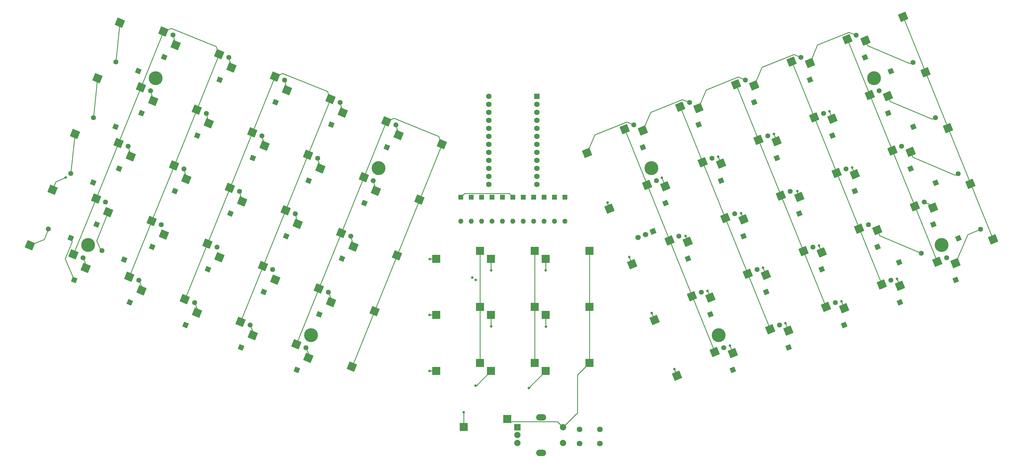
<source format=gbl>
G04 #@! TF.GenerationSoftware,KiCad,Pcbnew,8.0.1*
G04 #@! TF.CreationDate,2024-05-03T20:41:19+02:00*
G04 #@! TF.ProjectId,boomerang,626f6f6d-6572-4616-9e67-2e6b69636164,rev?*
G04 #@! TF.SameCoordinates,Original*
G04 #@! TF.FileFunction,Copper,L2,Bot*
G04 #@! TF.FilePolarity,Positive*
%FSLAX46Y46*%
G04 Gerber Fmt 4.6, Leading zero omitted, Abs format (unit mm)*
G04 Created by KiCad (PCBNEW 8.0.1) date 2024-05-03 20:41:19*
%MOMM*%
%LPD*%
G01*
G04 APERTURE LIST*
G04 Aperture macros list*
%AMHorizOval*
0 Thick line with rounded ends*
0 $1 width*
0 $2 $3 position (X,Y) of the first rounded end (center of the circle)*
0 $4 $5 position (X,Y) of the second rounded end (center of the circle)*
0 Add line between two ends*
20,1,$1,$2,$3,$4,$5,0*
0 Add two circle primitives to create the rounded ends*
1,1,$1,$2,$3*
1,1,$1,$4,$5*%
%AMRotRect*
0 Rectangle, with rotation*
0 The origin of the aperture is its center*
0 $1 length*
0 $2 width*
0 $3 Rotation angle, in degrees counterclockwise*
0 Add horizontal line*
21,1,$1,$2,0,0,$3*%
G04 Aperture macros list end*
G04 #@! TA.AperFunction,ComponentPad*
%ADD10RotRect,1.600000X1.600000X68.000000*%
G04 #@! TD*
G04 #@! TA.AperFunction,ComponentPad*
%ADD11HorizOval,1.600000X0.000000X0.000000X0.000000X0.000000X0*%
G04 #@! TD*
G04 #@! TA.AperFunction,SMDPad,CuDef*
%ADD12RotRect,2.550000X2.500000X22.000000*%
G04 #@! TD*
G04 #@! TA.AperFunction,SMDPad,CuDef*
%ADD13R,2.550000X2.500000*%
G04 #@! TD*
G04 #@! TA.AperFunction,ComponentPad*
%ADD14RotRect,1.600000X1.600000X112.000000*%
G04 #@! TD*
G04 #@! TA.AperFunction,ComponentPad*
%ADD15HorizOval,1.600000X0.000000X0.000000X0.000000X0.000000X0*%
G04 #@! TD*
G04 #@! TA.AperFunction,SMDPad,CuDef*
%ADD16RotRect,2.550000X2.500000X338.000000*%
G04 #@! TD*
G04 #@! TA.AperFunction,ComponentPad*
%ADD17RotRect,1.700000X1.700000X292.000000*%
G04 #@! TD*
G04 #@! TA.AperFunction,ComponentPad*
%ADD18HorizOval,1.700000X0.000000X0.000000X0.000000X0.000000X0*%
G04 #@! TD*
G04 #@! TA.AperFunction,ComponentPad*
%ADD19R,1.600000X1.600000*%
G04 #@! TD*
G04 #@! TA.AperFunction,ComponentPad*
%ADD20O,1.600000X1.600000*%
G04 #@! TD*
G04 #@! TA.AperFunction,ComponentPad*
%ADD21RotRect,1.600000X1.600000X22.000000*%
G04 #@! TD*
G04 #@! TA.AperFunction,ComponentPad*
%ADD22HorizOval,1.600000X0.000000X0.000000X0.000000X0.000000X0*%
G04 #@! TD*
G04 #@! TA.AperFunction,ComponentPad*
%ADD23RotRect,1.600000X1.600000X158.000000*%
G04 #@! TD*
G04 #@! TA.AperFunction,ComponentPad*
%ADD24HorizOval,1.600000X0.000000X0.000000X0.000000X0.000000X0*%
G04 #@! TD*
G04 #@! TA.AperFunction,ComponentPad*
%ADD25C,4.400000*%
G04 #@! TD*
G04 #@! TA.AperFunction,WasherPad*
%ADD26O,3.200000X2.000000*%
G04 #@! TD*
G04 #@! TA.AperFunction,ComponentPad*
%ADD27R,2.000000X2.000000*%
G04 #@! TD*
G04 #@! TA.AperFunction,ComponentPad*
%ADD28C,2.000000*%
G04 #@! TD*
G04 #@! TA.AperFunction,ComponentPad*
%ADD29C,1.800000*%
G04 #@! TD*
G04 #@! TA.AperFunction,ComponentPad*
%ADD30R,1.752600X1.752600*%
G04 #@! TD*
G04 #@! TA.AperFunction,ComponentPad*
%ADD31C,1.752600*%
G04 #@! TD*
G04 #@! TA.AperFunction,ViaPad*
%ADD32C,0.800000*%
G04 #@! TD*
G04 #@! TA.AperFunction,Conductor*
%ADD33C,0.250000*%
G04 #@! TD*
G04 APERTURE END LIST*
D10*
X90716236Y-70674026D03*
D11*
X93570738Y-63608885D03*
D12*
X311146634Y-125079609D03*
X299256638Y-132622957D03*
D13*
X225605955Y-132131431D03*
X211755955Y-134671431D03*
D14*
X313023542Y-70744577D03*
D15*
X310169040Y-63679436D03*
D16*
X86770892Y-122656716D03*
X72977895Y-119823462D03*
D17*
X245755047Y-125948499D03*
D18*
X243400000Y-126900000D03*
X241044953Y-127851500D03*
D14*
X327472682Y-105998919D03*
D15*
X324618180Y-98933778D03*
D12*
X236749309Y-93499819D03*
X224859313Y-101043167D03*
D14*
X292146977Y-120271430D03*
D15*
X289292475Y-113206289D03*
D19*
X217823451Y-115061431D03*
D20*
X217823451Y-122681431D03*
D14*
X341745193Y-141324624D03*
D15*
X338890691Y-134259483D03*
D12*
X346472338Y-110807098D03*
X334582342Y-118350446D03*
D10*
X118883209Y-102665021D03*
D11*
X121737711Y-95599880D03*
D13*
X190890955Y-167691431D03*
X177040955Y-170231431D03*
D12*
X243885566Y-111162671D03*
X231995570Y-118706019D03*
D14*
X263976258Y-152253152D03*
D15*
X261121756Y-145188011D03*
D10*
X139940149Y-152253966D03*
D11*
X142794651Y-145188825D03*
D16*
X136369108Y-101603523D03*
X122576111Y-98770269D03*
X150286047Y-168864592D03*
X136493050Y-166031338D03*
X157422301Y-151201739D03*
X143629304Y-148368485D03*
D10*
X126041941Y-84946539D03*
D11*
X128896443Y-77881398D03*
D12*
X258158077Y-146488376D03*
X246268081Y-154031724D03*
X261548417Y-104026416D03*
X249658421Y-111569764D03*
D16*
X154031963Y-108739779D03*
X140238966Y-105906525D03*
D10*
X122277295Y-145117710D03*
D11*
X125131797Y-138052569D03*
D12*
X275820930Y-139352121D03*
X263930934Y-146895469D03*
D10*
X115159769Y-162734204D03*
D11*
X118014271Y-155669063D03*
D14*
X288756636Y-162733391D03*
D15*
X285902134Y-155668250D03*
D16*
X93907149Y-104993866D03*
X80114152Y-102160612D03*
D12*
X279211271Y-96890160D03*
X267321275Y-104433508D03*
D14*
X295537319Y-77809470D03*
D15*
X292682817Y-70744329D03*
D21*
X342578911Y-128132145D03*
D22*
X349644052Y-125277643D03*
D10*
X62171214Y-141325438D03*
D11*
X65025716Y-134260297D03*
D12*
X254412163Y-86363563D03*
X242522167Y-93906911D03*
D13*
X208248455Y-149911431D03*
X194398455Y-152451431D03*
D14*
X299301962Y-137980641D03*
D15*
X296447460Y-130915500D03*
D16*
X161168215Y-91076927D03*
X147375218Y-88243673D03*
D12*
X293483782Y-132215865D03*
X281593786Y-139759213D03*
D23*
X78055062Y-134887292D03*
D24*
X70989921Y-132032790D03*
D14*
X274484124Y-127407686D03*
D15*
X271629622Y-120342545D03*
D25*
X137287761Y-158818856D03*
D10*
X161367646Y-99219050D03*
D11*
X164222148Y-92153909D03*
D14*
X277874466Y-84945726D03*
D15*
X275019964Y-77880585D03*
D13*
X208248455Y-167691431D03*
X194398455Y-170231431D03*
D10*
X83557502Y-88392511D03*
D11*
X86412004Y-81327370D03*
D19*
X188123458Y-115061431D03*
D20*
X188123458Y-122681431D03*
D16*
X111570000Y-112130119D03*
X97777003Y-109296865D03*
D12*
X321673231Y-100280501D03*
X309783235Y-107823849D03*
D21*
X323797412Y-135720364D03*
D22*
X330862553Y-132865862D03*
D12*
X265294333Y-164151228D03*
X253404337Y-171694576D03*
D23*
X68201550Y-110424343D03*
D24*
X61136409Y-107569841D03*
D14*
X316964815Y-130844386D03*
D15*
X314110313Y-123779245D03*
D12*
X335945743Y-135606206D03*
X324055747Y-143149554D03*
D21*
X328273097Y-92724013D03*
D22*
X335338238Y-89869511D03*
D25*
X88045117Y-77285275D03*
D16*
X178831071Y-98213183D03*
X165038074Y-95379929D03*
D12*
X307400719Y-64954797D03*
X295510723Y-72498145D03*
X289737868Y-72091052D03*
X277847872Y-79634400D03*
D16*
X108179657Y-69668159D03*
X94386660Y-66834905D03*
X97297489Y-147455826D03*
X83504492Y-144622572D03*
D10*
X143704793Y-92082794D03*
D11*
X146559295Y-85017653D03*
D10*
X97496919Y-155597949D03*
D11*
X100351421Y-148532808D03*
D16*
X104433747Y-129792973D03*
X90640750Y-126959719D03*
X146895704Y-126402631D03*
X133102707Y-123569377D03*
D25*
X158696526Y-105830299D03*
D19*
X201323454Y-115061431D03*
D20*
X201323454Y-122681431D03*
D16*
X101043404Y-87331012D03*
X87250407Y-84497758D03*
D12*
X318282890Y-142742461D03*
X306392894Y-150285809D03*
D13*
X190890955Y-149911431D03*
X177040955Y-152451431D03*
D16*
X69108041Y-115520461D03*
X55315044Y-112687207D03*
D14*
X302696050Y-95527952D03*
D15*
X299841548Y-88462811D03*
D23*
X75356536Y-92715131D03*
D24*
X68291395Y-89860629D03*
D19*
X204623453Y-115061431D03*
D20*
X204623453Y-122681431D03*
D12*
X325063573Y-57818541D03*
X313173577Y-65361889D03*
D16*
X90516809Y-62531905D03*
X76723812Y-59698651D03*
D23*
X61087598Y-128031991D03*
D24*
X54022457Y-125177489D03*
D14*
X267370345Y-109800464D03*
D15*
X264515843Y-102735323D03*
D16*
X139759451Y-144065484D03*
X125966454Y-141232230D03*
D14*
X256821273Y-134543942D03*
D15*
X253966771Y-127478801D03*
D10*
X101220357Y-95528767D03*
D11*
X104074859Y-88463626D03*
D12*
X328809487Y-117943353D03*
X316919491Y-125486701D03*
X304010379Y-107416757D03*
X292120383Y-114960105D03*
D26*
X210252205Y-184951431D03*
X210252205Y-196151431D03*
D27*
X202752205Y-188051431D03*
D28*
X202752205Y-193051431D03*
X202752205Y-190551431D03*
X217252205Y-193051431D03*
X217252205Y-188051431D03*
D10*
X147095135Y-134544755D03*
D11*
X149949637Y-127479614D03*
D10*
X76443724Y-105999731D03*
D11*
X79298226Y-98934590D03*
D10*
X79834064Y-148461692D03*
D11*
X82688566Y-141396551D03*
D14*
X285033197Y-102664208D03*
D15*
X282178695Y-95599067D03*
D19*
X211223451Y-115061431D03*
D20*
X211223451Y-122681431D03*
D10*
X132822623Y-169870460D03*
D11*
X135677125Y-162805319D03*
D13*
X190890955Y-132131431D03*
X177040955Y-134671431D03*
D10*
X108379089Y-77810284D03*
D11*
X111233591Y-70745143D03*
D12*
X339336084Y-93144245D03*
X327446088Y-100687593D03*
D13*
X208248455Y-132131431D03*
X194398455Y-134671431D03*
D12*
X272075014Y-79227308D03*
X260185018Y-86770656D03*
D10*
X69288737Y-123708944D03*
D11*
X72143239Y-116643803D03*
D14*
X260211613Y-92081982D03*
D15*
X257357111Y-85016841D03*
D12*
X332199828Y-75481393D03*
X320309832Y-83024741D03*
D19*
X184823459Y-115061431D03*
D20*
X184823459Y-122681431D03*
D25*
X245219878Y-105829486D03*
D16*
X76244296Y-97857609D03*
X62451299Y-95024355D03*
D13*
X199569705Y-185471431D03*
X185719705Y-188011431D03*
D16*
X143505366Y-83940671D03*
X129712369Y-81107417D03*
D12*
X251021822Y-128825523D03*
X239131826Y-136368871D03*
D16*
X79634639Y-140319569D03*
X65841642Y-137486315D03*
D19*
X194723456Y-115061431D03*
D20*
X194723456Y-122681431D03*
D29*
X228950000Y-188750000D03*
X222450000Y-193250000D03*
X228950000Y-193250000D03*
X222450000Y-188750000D03*
D16*
X61971785Y-133183313D03*
X48178788Y-130350059D03*
D19*
X207923452Y-115061431D03*
D20*
X207923452Y-122681431D03*
D25*
X315871289Y-77284464D03*
D16*
X164558559Y-133538887D03*
X150765562Y-130705633D03*
D25*
X266628646Y-158818043D03*
D10*
X129432281Y-127408499D03*
D11*
X132286783Y-120343358D03*
D12*
X286347527Y-114553013D03*
X274457531Y-122096361D03*
D16*
X171694814Y-115876036D03*
X157901817Y-113042782D03*
D19*
X191423457Y-115061431D03*
D20*
X191423457Y-122681431D03*
D10*
X136546061Y-109801278D03*
D11*
X139400563Y-102736137D03*
D13*
X225605955Y-149911431D03*
X211755955Y-152451431D03*
D12*
X353608594Y-128469951D03*
X341718598Y-136013299D03*
D14*
X249707492Y-116936720D03*
D15*
X246852990Y-109871579D03*
D14*
X324082341Y-148460880D03*
D15*
X321227839Y-141395739D03*
D13*
X225605955Y-167691431D03*
X211755955Y-170231431D03*
D19*
X214523450Y-115061431D03*
D20*
X214523450Y-122681431D03*
D14*
X309809829Y-113135175D03*
D15*
X306955327Y-106070034D03*
D10*
X104614445Y-137981456D03*
D11*
X107468947Y-130916315D03*
D10*
X94106576Y-113135988D03*
D11*
X96961078Y-106070847D03*
D16*
X122096596Y-136929227D03*
X108303599Y-134095973D03*
D21*
X335442655Y-110469292D03*
D22*
X342507796Y-107614790D03*
D19*
X198023455Y-115061431D03*
D20*
X198023455Y-122681431D03*
D16*
X132623194Y-161728336D03*
X118830197Y-158895082D03*
D14*
X242548761Y-99218237D03*
D15*
X239694259Y-92153096D03*
D14*
X271093784Y-169869646D03*
D15*
X268239282Y-162804505D03*
D23*
X82496365Y-75043434D03*
D24*
X75431224Y-72188932D03*
D25*
X66636350Y-130273833D03*
D14*
X306419489Y-155597135D03*
D15*
X303564987Y-148531994D03*
D21*
X321170144Y-75143587D03*
D22*
X328235285Y-72289085D03*
D10*
X111769431Y-120272244D03*
D11*
X114623933Y-113207103D03*
D10*
X86951591Y-130845199D03*
D11*
X89806093Y-123780058D03*
D10*
X154208913Y-116937532D03*
D11*
X157063415Y-109872391D03*
D16*
X129232855Y-119266376D03*
X115439858Y-116433122D03*
D12*
X282957185Y-157014973D03*
X271067189Y-164558321D03*
D14*
X320358903Y-88391697D03*
D15*
X317504401Y-81326556D03*
D14*
X281639111Y-145116897D03*
D15*
X278784609Y-138051756D03*
D12*
X314536976Y-82617649D03*
X302646980Y-90160997D03*
D14*
X334627668Y-123708130D03*
D15*
X331773166Y-116642989D03*
D16*
X83380553Y-80194757D03*
X69587556Y-77361503D03*
D12*
X300620038Y-149878717D03*
X288730042Y-157422065D03*
D16*
X118706258Y-94467268D03*
X104913261Y-91634014D03*
X114960343Y-154592081D03*
X101167346Y-151758827D03*
X125842513Y-76804415D03*
X112049516Y-73971161D03*
D12*
X296874122Y-89753905D03*
X284984126Y-97297253D03*
X268684674Y-121689268D03*
X256794678Y-129232616D03*
D25*
X337280055Y-130273022D03*
D30*
X208943455Y-83071431D03*
D31*
X208943455Y-85611431D03*
X208943455Y-88151431D03*
X208943455Y-90691431D03*
X208943455Y-93231431D03*
X208943455Y-95771431D03*
X208943455Y-98311431D03*
X208943455Y-100851431D03*
X208943455Y-103391431D03*
X208943455Y-105931431D03*
X208943455Y-108471431D03*
X208943455Y-111011431D03*
X193703455Y-111011431D03*
X193703455Y-108471431D03*
X193703455Y-105931431D03*
X193703455Y-103391431D03*
X193703455Y-100851431D03*
X193703455Y-98311431D03*
X193703455Y-95771431D03*
X193703455Y-93231431D03*
X193703455Y-90691431D03*
X193703455Y-88151431D03*
X193703455Y-85611431D03*
X193703455Y-83071431D03*
D32*
X175000000Y-134700000D03*
X231344601Y-116801173D03*
X248531230Y-108886643D03*
X266427745Y-102195249D03*
X284136957Y-95040263D03*
X301715989Y-87830019D03*
X238219566Y-134084253D03*
X256116080Y-127392859D03*
X273695113Y-120182615D03*
X291571964Y-113175605D03*
X308945897Y-105724667D03*
X188423451Y-140571431D03*
X194423451Y-138271431D03*
X59456700Y-108815820D03*
X245374551Y-151793465D03*
X263028505Y-144768658D03*
X280662796Y-137428235D03*
X298409468Y-130365967D03*
X252566998Y-169595395D03*
X270163828Y-162162253D03*
X287780321Y-155044728D03*
X305564454Y-148075179D03*
X323180947Y-140957654D03*
X211723451Y-138271431D03*
X189523451Y-141296431D03*
X174900000Y-152400000D03*
X194423451Y-156071431D03*
X211823451Y-156171431D03*
X174900000Y-170200000D03*
X189489555Y-174865331D03*
X206397055Y-175590331D03*
X185719705Y-183357973D03*
D33*
X83401251Y-80185971D02*
X83380552Y-80194757D01*
X61992484Y-133174526D02*
X61971785Y-133183313D01*
X93907148Y-104993866D02*
X93927844Y-104985081D01*
X90516809Y-62531905D02*
X92957666Y-61495823D01*
X90525595Y-62552603D02*
X83401251Y-80185971D01*
X107143575Y-67227302D02*
X108179657Y-69668159D01*
X83380552Y-80194757D02*
X83389339Y-80215456D01*
X93927844Y-104985081D02*
X108188443Y-69688858D01*
X76244296Y-97857609D02*
X76253082Y-97878308D01*
X86791591Y-122647930D02*
X93915934Y-105014564D01*
X86770891Y-122656717D02*
X86791591Y-122647930D01*
X76253082Y-97878308D02*
X69128738Y-115511676D01*
X69116827Y-115541160D02*
X61992484Y-133174526D01*
X93915934Y-105014564D02*
X93907148Y-104993866D01*
X79655335Y-140310785D02*
X86779677Y-122677415D01*
X75721307Y-97646308D02*
X76244296Y-97857609D01*
X69108041Y-115520462D02*
X69116827Y-115541160D01*
X92957666Y-61495823D02*
X107143575Y-67227302D01*
X86779677Y-122677415D02*
X86770891Y-122656717D01*
X79634638Y-140319569D02*
X79655335Y-140310785D01*
X83389339Y-80215456D02*
X76264995Y-97848823D01*
X82866407Y-79987029D02*
X83380552Y-80194757D01*
X69128738Y-115511676D02*
X69108041Y-115520462D01*
X108188443Y-69688858D02*
X108179657Y-69668159D01*
X90516809Y-62531905D02*
X90525595Y-62552603D01*
X76264995Y-97848823D02*
X76244296Y-97857609D01*
X125842511Y-76804416D02*
X125851298Y-76825114D01*
X125842513Y-76804416D02*
X128283370Y-75768333D01*
X143514152Y-83961370D02*
X114981041Y-154583294D01*
X125851298Y-76825114D02*
X97318188Y-147447038D01*
X97318188Y-147447038D02*
X97297488Y-147455825D01*
X142469284Y-81499815D02*
X143505366Y-83940672D01*
X143505366Y-83940672D02*
X143514152Y-83961370D01*
X114981041Y-154583294D02*
X114960342Y-154592081D01*
X128283370Y-75768333D02*
X142469284Y-81499815D01*
X161177002Y-91097626D02*
X132643892Y-161719550D01*
X178831071Y-98213183D02*
X178854250Y-98222548D01*
X163609074Y-90040844D02*
X177794988Y-95772326D01*
X178839857Y-98233881D02*
X150306747Y-168855806D01*
X161168215Y-91076927D02*
X163609074Y-90040844D01*
X177794988Y-95772326D02*
X178831071Y-98213183D01*
X132643892Y-161719550D02*
X132623193Y-161728336D01*
X178831071Y-98213183D02*
X178839857Y-98233881D01*
X161168215Y-91076927D02*
X161177002Y-91097626D01*
X150306747Y-168855806D02*
X150286047Y-168864592D01*
X254432860Y-86372348D02*
X282965971Y-156994275D01*
X236749309Y-93499819D02*
X236770008Y-93508604D01*
X254412163Y-86363563D02*
X254432860Y-86372348D01*
X282965971Y-156994275D02*
X282957185Y-157014972D01*
X236770008Y-93508604D02*
X265303118Y-164130531D01*
X265303118Y-164130531D02*
X265294333Y-164151228D01*
X272075014Y-79227307D02*
X272095714Y-79236094D01*
X272095714Y-79236094D02*
X300628824Y-149858018D01*
X318291676Y-142721763D02*
X318282890Y-142742461D01*
X289758566Y-72099837D02*
X318291676Y-142721763D01*
X289737868Y-72091051D02*
X289758566Y-72099837D01*
X300628824Y-149858018D02*
X300620038Y-149878717D01*
X307400719Y-64954796D02*
X307421418Y-64963582D01*
X325063572Y-57818540D02*
X325084271Y-57827326D01*
X307421418Y-64963582D02*
X335954528Y-135585508D01*
X325084271Y-57827326D02*
X353617381Y-128449250D01*
X335954528Y-135585508D02*
X335945742Y-135606205D01*
X353617381Y-128449250D02*
X353608594Y-128469950D01*
X190890955Y-132131431D02*
X190906855Y-132147331D01*
X190906855Y-167675531D02*
X190890955Y-167691431D01*
X190906855Y-132147331D02*
X190906855Y-167675531D01*
X208264355Y-132147331D02*
X208264355Y-167675531D01*
X208248455Y-132131431D02*
X208264355Y-132147331D01*
X208264355Y-167675531D02*
X208248455Y-167691431D01*
X225621855Y-167675531D02*
X225605955Y-167691431D01*
X200374705Y-186276431D02*
X215477205Y-186276431D01*
X328118014Y-102350668D02*
X341489115Y-108026364D01*
X225605955Y-167691431D02*
X221823451Y-171473935D01*
X327446088Y-100687593D02*
X328118014Y-102350668D01*
X199569705Y-185471431D02*
X200374705Y-186276431D01*
X221823451Y-171473935D02*
X221823451Y-183480185D01*
X225605955Y-132131431D02*
X225621855Y-132147331D01*
X221823451Y-183480185D02*
X217252205Y-188051431D01*
X215477205Y-186276431D02*
X217252205Y-188051431D01*
X341489115Y-108026364D02*
X342507796Y-107614790D01*
X225621855Y-132147331D02*
X225621855Y-167675531D01*
X184823459Y-115061431D02*
X185948459Y-113936431D01*
X185948459Y-113936431D02*
X200198454Y-113936431D01*
X200198454Y-113936431D02*
X201323454Y-115061431D01*
X177040955Y-134671431D02*
X175028569Y-134671431D01*
X175028569Y-134671431D02*
X175000000Y-134700000D01*
X77901646Y-135267010D02*
X78184653Y-134566543D01*
X62171214Y-141325438D02*
X59347543Y-134673287D01*
X59347543Y-134673287D02*
X61567265Y-129179280D01*
X61567265Y-129179280D02*
X61084024Y-128040836D01*
X76723812Y-59698650D02*
X75431224Y-72188933D01*
X93570737Y-63608885D02*
X94386660Y-66834905D01*
X111233591Y-70745143D02*
X112049516Y-73971161D01*
X128896442Y-77881398D02*
X129712369Y-81107417D01*
X146559295Y-85017653D02*
X147375219Y-88243673D01*
X164222146Y-92153909D02*
X165038074Y-95379928D01*
X227298942Y-95295762D02*
X237442763Y-91197392D01*
X237442763Y-91197392D02*
X239694259Y-92153096D01*
X224859314Y-101043167D02*
X227298942Y-95295762D01*
X242522167Y-93906911D02*
X244961796Y-88159506D01*
X244961796Y-88159506D02*
X255105615Y-84061137D01*
X255105615Y-84061137D02*
X257357111Y-85016841D01*
X260185019Y-86770656D02*
X262624647Y-81023251D01*
X262624647Y-81023251D02*
X272768468Y-76924881D01*
X272768468Y-76924881D02*
X275019964Y-77880585D01*
X277847872Y-79634400D02*
X280287501Y-73886995D01*
X280287501Y-73886995D02*
X290431320Y-69788626D01*
X290431320Y-69788626D02*
X292682816Y-70744329D01*
X307917543Y-62723733D02*
X310169039Y-63679436D01*
X297950352Y-66750740D02*
X307917543Y-62723733D01*
X295510723Y-72498144D02*
X297950352Y-66750740D01*
X313173577Y-65361888D02*
X313845503Y-67024963D01*
X313845503Y-67024963D02*
X327216604Y-72700659D01*
X327216604Y-72700659D02*
X328235285Y-72289085D01*
X69587556Y-77361503D02*
X68291395Y-89860629D01*
X86412005Y-81327370D02*
X87250406Y-84497758D01*
X104074859Y-88463626D02*
X104913261Y-91634014D01*
X121737712Y-95599881D02*
X122576110Y-98770269D01*
X139400563Y-102736137D02*
X140238966Y-105906526D01*
X157063416Y-109872392D02*
X157901817Y-113042781D01*
X231995570Y-118706019D02*
X231283818Y-116944370D01*
X231283818Y-116944370D02*
X231344601Y-116801173D01*
X248531230Y-108886643D02*
X248583301Y-108908745D01*
X248583301Y-108908745D02*
X249658422Y-111569764D01*
X267321275Y-104433508D02*
X266422219Y-102208266D01*
X266422219Y-102208266D02*
X266427745Y-102195249D01*
X284984127Y-97297252D02*
X284103802Y-95118371D01*
X284103802Y-95118371D02*
X284136957Y-95040263D01*
X301710464Y-87843037D02*
X301715989Y-87830019D01*
X302646980Y-90160996D02*
X301710464Y-87843037D01*
X334237130Y-90314387D02*
X335338238Y-89869511D01*
X320309832Y-83024741D02*
X320981758Y-84687816D01*
X320981758Y-84687816D02*
X334237130Y-90314387D01*
X62451298Y-95024355D02*
X61136408Y-107569841D01*
X79298225Y-98934591D02*
X80114152Y-102160611D01*
X96961079Y-106070847D02*
X97777002Y-109296866D01*
X114623932Y-113207103D02*
X115439857Y-116433122D01*
X132286784Y-120343358D02*
X133102707Y-123569377D01*
X149949637Y-127479614D02*
X150765561Y-130705633D01*
X239131826Y-136368871D02*
X238214040Y-134097271D01*
X238214040Y-134097271D02*
X238219566Y-134084253D01*
X256082926Y-127470966D02*
X256116080Y-127392859D01*
X256794678Y-129232616D02*
X256082926Y-127470966D01*
X274457531Y-122096361D02*
X273689587Y-120195633D01*
X273689587Y-120195633D02*
X273695113Y-120182615D01*
X291483552Y-113383892D02*
X291571964Y-113175605D01*
X292120383Y-114960104D02*
X291483552Y-113383892D01*
X308940371Y-105737685D02*
X308945897Y-105724667D01*
X309783236Y-107823849D02*
X308940371Y-105737685D01*
X194398455Y-134671431D02*
X194398455Y-138246435D01*
X194398455Y-138246435D02*
X194423451Y-138271431D01*
X55315044Y-112687208D02*
X56345643Y-110136386D01*
X56345643Y-110136386D02*
X59456700Y-108815820D01*
X69327706Y-128857998D02*
X70836505Y-132412508D01*
X72977894Y-119823462D02*
X69327706Y-128857998D01*
X142794651Y-145188825D02*
X143880465Y-147746842D01*
X143880465Y-147746842D02*
X143629305Y-148368485D01*
X246268082Y-154031724D02*
X245369026Y-151806482D01*
X245369026Y-151806482D02*
X245374551Y-151793465D01*
X263930934Y-146895469D02*
X263080577Y-144790761D01*
X263080577Y-144790761D02*
X263028505Y-144768658D01*
X281593786Y-139759213D02*
X280657270Y-137441253D01*
X280657270Y-137441253D02*
X280662796Y-137428235D01*
X298376313Y-130444075D02*
X298409468Y-130365967D01*
X299256639Y-132622957D02*
X298376313Y-130444075D01*
X316919491Y-125486701D02*
X317631806Y-127249742D01*
X317631806Y-127249742D02*
X330862553Y-132865861D01*
X334331183Y-117728803D02*
X331773166Y-116642989D01*
X334582343Y-118350446D02*
X334331183Y-117728803D01*
X54018883Y-125186334D02*
X52709641Y-128426826D01*
X52709641Y-128426826D02*
X48178788Y-130350059D01*
X66111531Y-136818316D02*
X65025715Y-134260296D01*
X65841642Y-137486315D02*
X66111531Y-136818316D01*
X83504492Y-144622571D02*
X83774382Y-143954570D01*
X83774382Y-143954570D02*
X82688567Y-141396552D01*
X101167345Y-151758826D02*
X101437234Y-151090826D01*
X101437234Y-151090826D02*
X100351421Y-148532808D01*
X119100087Y-158227081D02*
X118014272Y-155669063D01*
X118830197Y-158895082D02*
X119100087Y-158227081D01*
X136493049Y-166031338D02*
X136762939Y-165363337D01*
X136762939Y-165363337D02*
X135677126Y-162805319D01*
X252561472Y-169608412D02*
X252566998Y-169595395D01*
X253404337Y-171694576D02*
X252561472Y-169608412D01*
X271067190Y-164558321D02*
X270130673Y-162240361D01*
X270130673Y-162240361D02*
X270163828Y-162162253D01*
X287774795Y-155057746D02*
X287780321Y-155044728D01*
X288730042Y-157422065D02*
X287774795Y-155057746D01*
X306392894Y-150285809D02*
X305531299Y-148153286D01*
X305531299Y-148153286D02*
X305564454Y-148075179D01*
X324055747Y-143149554D02*
X323175421Y-140970672D01*
X323175421Y-140970672D02*
X323180947Y-140957654D01*
X341718598Y-136013299D02*
X345578350Y-126920294D01*
X345578350Y-126920294D02*
X349644052Y-125277643D01*
X211755955Y-134671431D02*
X211755955Y-138238927D01*
X211755955Y-138238927D02*
X211723451Y-138271431D01*
X177040955Y-152451431D02*
X174951431Y-152451431D01*
X174951431Y-152451431D02*
X174900000Y-152400000D01*
X176892386Y-152600000D02*
X177040955Y-152451431D01*
X194398455Y-152451431D02*
X194398455Y-156046435D01*
X194398455Y-156046435D02*
X194423451Y-156071431D01*
X211755955Y-156103935D02*
X211823451Y-156171431D01*
X211755955Y-152451431D02*
X211755955Y-156103935D01*
X174931431Y-170231431D02*
X174900000Y-170200000D01*
X177040955Y-170231431D02*
X174931431Y-170231431D01*
X189764555Y-174865331D02*
X189489555Y-174865331D01*
X194398455Y-170231431D02*
X189764555Y-174865331D01*
X211755955Y-170231431D02*
X206397055Y-175590331D01*
X185719705Y-188011431D02*
X185719705Y-183357973D01*
M02*

</source>
